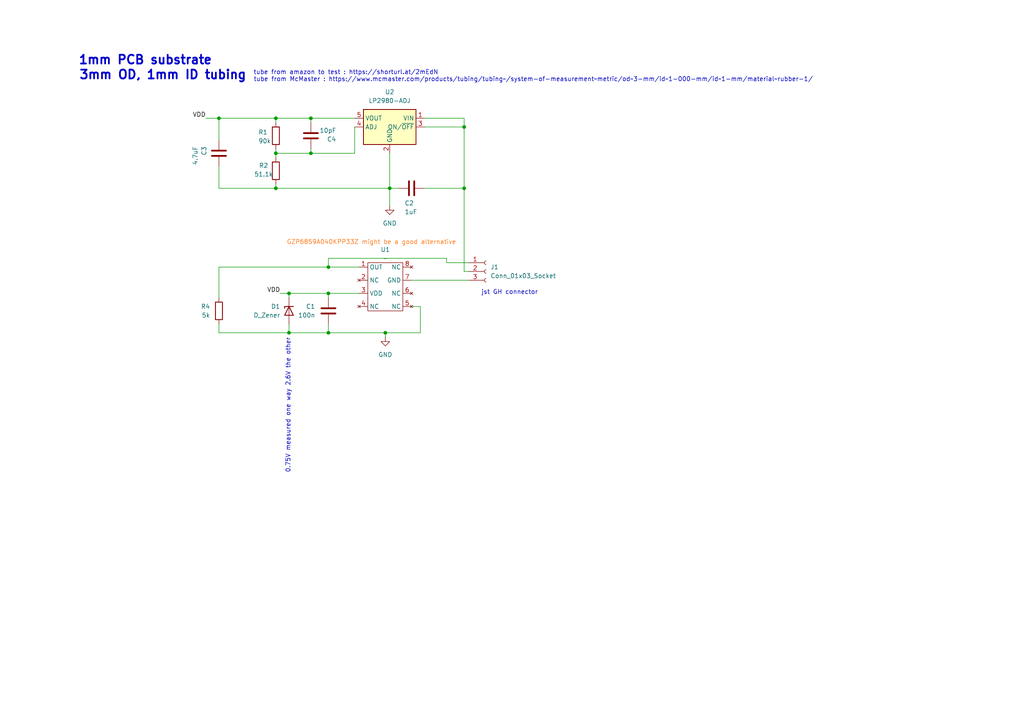
<source format=kicad_sch>
(kicad_sch (version 20231120) (generator "eeschema") (generator_version "8.0")
  (paper "A4")
  (lib_symbols
    (symbol "Connector:Conn_01x03_Socket" (pin_names (offset 1.016) hide)
      (property "Reference" "J" (at 0 5.08 0))
      (property "Value" "Conn_01x03_Socket" (at 0 -5.08 0))
      (symbol "Conn_01x03_Socket_1_1"
        (arc (start 0 -2.032) (mid -0.5058 -2.54) (end 0 -3.048) (stroke (width 0.1524)))
        (polyline (pts (xy -1.27 -2.54) (xy -0.508 -2.54)) (stroke (width 0.1524)))
        (polyline (pts (xy -1.27 0) (xy -0.508 0)) (stroke (width 0.1524)))
        (polyline (pts (xy -1.27 2.54) (xy -0.508 2.54)) (stroke (width 0.1524)))
        (arc (start 0 0.508) (mid -0.5058 0) (end 0 -0.508) (stroke (width 0.1524)))
        (arc (start 0 3.048) (mid -0.5058 2.54) (end 0 2.032) (stroke (width 0.1524)))
        (pin passive line (at -5.08 2.54 0) (length 3.81) (name "Pin_1") (number "1"))
        (pin passive line (at -5.08 0 0) (length 3.81) (name "Pin_2") (number "2"))
        (pin passive line (at -5.08 -2.54 0) (length 3.81) (name "Pin_3") (number "3"))
      )
    )
    (symbol "Device:C" (pin_numbers hide) (pin_names (offset 0.254))
      (property "Reference" "C" (at 0.635 2.54 0))
      (property "Value" "C" (at 0.635 -2.54 0))
      (symbol "C_0_1"
        (polyline (pts (xy -2.032 -0.762) (xy 2.032 -0.762)) (stroke (width 0.508)))
        (polyline (pts (xy -2.032 0.762) (xy 2.032 0.762)) (stroke (width 0.508)))
      )
      (symbol "C_1_1"
        (pin passive line (at 0 3.81 270) (length 2.794) (name "~") (number "1"))
        (pin passive line (at 0 -3.81 90) (length 2.794) (name "~") (number "2"))
      )
    )
    (symbol "Device:D_Zener" (pin_numbers hide) (pin_names (offset 1.016) hide)
      (property "Reference" "D" (at 0 2.54 0))
      (property "Value" "D_Zener" (at 0 -2.54 0))
      (symbol "D_Zener_0_1"
        (polyline (pts (xy 1.27 0) (xy -1.27 0)))
        (polyline (pts (xy -1.27 -1.27) (xy -1.27 1.27) (xy -0.762 1.27)) (stroke (width 0.254)))
        (polyline (pts (xy 1.27 -1.27) (xy 1.27 1.27) (xy -1.27 0) (xy 1.27 -1.27)) (stroke (width 0.254)))
      )
      (symbol "D_Zener_1_1"
        (pin passive line (at -3.81 0 0) (length 2.54) (name "K") (number "1"))
        (pin passive line (at 3.81 0 180) (length 2.54) (name "A") (number "2"))
      )
    )
    (symbol "Device:R" (pin_numbers hide) (pin_names (offset 0))
      (property "Reference" "R" (at 2.032 0 90))
      (property "Value" "R" (at 0 0 90))
      (symbol "R_0_1"
        (rectangle (start -1.016 -2.54) (end 1.016 2.54) (stroke (width 0.254)))
      )
      (symbol "R_1_1"
        (pin passive line (at 0 3.81 270) (length 1.27) (name "~") (number "1"))
        (pin passive line (at 0 -3.81 90) (length 1.27) (name "~") (number "2"))
      )
    )
    (symbol "ENSMASTEEL_librairy:XGZP6869D"
      (property "Reference" "U1" (at 0 11.43 0))
      (property "Value" "~" (at 0 8.89 0))
      (symbol "XGZP6869D_0_1"
        (rectangle (start -5.08 7.62) (end 5.08 -6.35))
      )
      (symbol "XGZP6869D_1_1"
        (pin input line (at -7.62 6.35 0) (length 2.54) (name "OUT") (number "1"))
        (pin no_connect line (at -7.62 2.54 0) (length 2.54) (name "NC") (number "2"))
        (pin input line (at -7.62 -1.27 0) (length 2.54) (name "VDD") (number "3"))
        (pin no_connect line (at -7.62 -5.08 0) (length 2.54) (name "NC") (number "4"))
        (pin no_connect line (at 7.62 -5.08 180) (length 2.54) (name "NC") (number "5"))
        (pin no_connect line (at 7.62 -1.27 180) (length 2.54) (name "NC") (number "6"))
        (pin input line (at 7.62 2.54 180) (length 2.54) (name "GND") (number "7"))
        (pin no_connect line (at 7.62 6.35 180) (length 2.54) (name "NC") (number "8"))
      )
    )
    (symbol "Regulator_Linear:LP2980-ADJ"
      (property "Reference" "U" (at 0 10.16 0))
      (property "Value" "LP2980-ADJ" (at 0 7.62 0))
      (symbol "LP2980-ADJ_0_1"
        (rectangle (start -7.62 5.08) (end 7.62 -5.08) (stroke (width 0.254)) (fill (type background)))
      )
      (symbol "LP2980-ADJ_1_1"
        (pin power_in line (at -10.16 2.54 0) (length 2.54) (name "VIN") (number "1"))
        (pin power_in line (at 0 -7.62 90) (length 2.54) (name "GND") (number "2"))
        (pin input line (at -10.16 0 0) (length 2.54) (name "ON/~{OFF}") (number "3"))
        (pin input line (at 10.16 0 180) (length 2.54) (name "ADJ") (number "4"))
        (pin power_out line (at 10.16 2.54 180) (length 2.54) (name "VOUT") (number "5"))
      )
    )
    (symbol "power:GND" (power) (pin_numbers hide) (pin_names (offset 0) hide)
      (property "Value" "GND" (at 0 -3.81 0))
      (symbol "GND_0_1"
        (polyline (pts (xy 0 0) (xy 0 -1.27) (xy 1.27 -1.27) (xy 0 -2.54) (xy -1.27 -1.27) (xy 0 -1.27)))
      )
      (symbol "GND_1_1"
        (pin power_in line (at 0 0 270) (length 0) (name "~") (number "1"))
      )
    )
  )
  (junction (at 83.82 85.09))
  (junction (at 90.17 34.29))
  (junction (at 90.17 44.45))
  (junction (at 111.76 96.52))
  (junction (at 95.25 77.47))
  (junction (at 80.01 54.61))
  (junction (at 95.25 96.52))
  (junction (at 134.62 36.83))
  (junction (at 113.03 54.61))
  (junction (at 95.25 85.09))
  (junction (at 80.01 44.45))
  (junction (at 63.5 34.29))
  (junction (at 83.82 96.52))
  (junction (at 80.01 34.29))
  (junction (at 134.62 54.61))
  (wire (pts (xy 134.62 34.29) (xy 134.62 36.83)))
  (wire (pts (xy 59.69 34.29) (xy 63.5 34.29)))
  (wire (pts (xy 90.17 44.45) (xy 102.87 44.45)))
  (wire (pts (xy 119.38 81.28) (xy 135.89 81.28)))
  (wire (pts (xy 80.01 54.61) (xy 80.01 53.34)))
  (wire (pts (xy 134.62 36.83) (xy 134.62 54.61)))
  (wire (pts (xy 90.17 34.29) (xy 90.17 35.56)))
  (wire (pts (xy 63.5 86.36) (xy 63.5 77.47)))
  (wire (pts (xy 80.01 45.72) (xy 80.01 44.45)))
  (wire (pts (xy 80.01 44.45) (xy 90.17 44.45)))
  (wire (pts (xy 90.17 34.29) (xy 102.87 34.29)))
  (wire (pts (xy 123.19 54.61) (xy 134.62 54.61)))
  (wire (pts (xy 80.01 34.29) (xy 80.01 35.56)))
  (wire (pts (xy 111.76 96.52) (xy 111.76 97.79)))
  (wire (pts (xy 95.25 96.52) (xy 111.76 96.52)))
  (wire (pts (xy 129.54 76.2) (xy 135.89 76.2)))
  (wire (pts (xy 111.76 96.52) (xy 121.92 96.52)))
  (wire (pts (xy 113.03 54.61) (xy 115.57 54.61)))
  (wire (pts (xy 95.25 77.47) (xy 104.14 77.47)))
  (wire (pts (xy 83.82 86.36) (xy 83.82 85.09)))
  (wire (pts (xy 63.5 54.61) (xy 80.01 54.61)))
  (wire (pts (xy 95.25 74.93) (xy 129.54 74.93)))
  (wire (pts (xy 80.01 44.45) (xy 80.01 43.18)))
  (wire (pts (xy 104.14 85.09) (xy 95.25 85.09)))
  (wire (pts (xy 63.5 34.29) (xy 80.01 34.29)))
  (wire (pts (xy 102.87 36.83) (xy 102.87 44.45)))
  (wire (pts (xy 83.82 96.52) (xy 95.25 96.52)))
  (wire (pts (xy 113.03 54.61) (xy 113.03 59.69)))
  (wire (pts (xy 123.19 34.29) (xy 134.62 34.29)))
  (wire (pts (xy 80.01 34.29) (xy 90.17 34.29)))
  (wire (pts (xy 123.19 36.83) (xy 134.62 36.83)))
  (wire (pts (xy 121.92 96.52) (xy 121.92 88.9)))
  (wire (pts (xy 81.28 85.09) (xy 83.82 85.09)))
  (wire (pts (xy 63.5 48.26) (xy 63.5 54.61)))
  (wire (pts (xy 113.03 44.45) (xy 113.03 54.61)))
  (wire (pts (xy 134.62 78.74) (xy 135.89 78.74)))
  (wire (pts (xy 63.5 96.52) (xy 83.82 96.52)))
  (wire (pts (xy 95.25 93.98) (xy 95.25 96.52)))
  (wire (pts (xy 95.25 77.47) (xy 95.25 74.93)))
  (wire (pts (xy 90.17 44.45) (xy 90.17 43.18)))
  (wire (pts (xy 134.62 54.61) (xy 134.62 78.74)))
  (wire (pts (xy 121.92 88.9) (xy 119.38 88.9)))
  (wire (pts (xy 63.5 40.64) (xy 63.5 34.29)))
  (wire (pts (xy 95.25 85.09) (xy 95.25 86.36)))
  (wire (pts (xy 80.01 54.61) (xy 113.03 54.61)))
  (wire (pts (xy 63.5 77.47) (xy 95.25 77.47)))
  (wire (pts (xy 63.5 93.98) (xy 63.5 96.52)))
  (wire (pts (xy 129.54 74.93) (xy 129.54 76.2)))
  (wire (pts (xy 83.82 85.09) (xy 95.25 85.09)))
  (wire (pts (xy 83.82 93.98) (xy 83.82 96.52)))
  (text "jst GH connector" (at 147.828 84.836 0) (effects (font (size 1.27 1.27))))
  (text "1mm PCB substrate" (at 42.164 17.526 0) (effects (font (size 2.54 2.54) (thickness 0.508) (bold yes))))
  (text "3mm OD, 1mm ID tubing\n" (at 47.244 21.844 0) (effects (font (size 2.54 2.54) (thickness 0.508) (bold yes))))
  (text "tube from amazon to test : https://shorturl.at/2mEdN" (at 100.33 21.082 0) (effects (font (size 1.27 1.27))))
  (text "tube from McMaster : https://www.mcmaster.com/products/tubing/tubing~/system-of-measurement~metric/od~3-mm/id~1-000-mm/id~1-mm/material~rubber-1/" (at 154.686 23.114 0) (effects (font (size 1.27 1.27))))
  (text "0.75V measured one way 2.6V the other" (at 83.566 117.602 90) (effects (font (size 1.27 1.27))))
  (text "GZP6859A040KPP33Z might be a good alternative " (at 108.204 70.358 0) (effects (font (size 1.27 1.27))))
  (label "VDD" (at 81.28 85.09 180))
  (label "VDD" (at 59.69 34.29 180))
  (symbol (lib_id "Device:C") (at 95.25 90.17 0) (mirror y) (unit 1)
    (property "Reference" "C1" (at 91.44 88.8999 0) (effects (justify left)))
    (property "Value" "100n" (at 91.44 91.4399 0) (effects (justify left)))
    (property "Description" "Unpolarized capacitor" (effects (hide yes)))
  )
  (symbol (lib_id "Device:R") (at 80.01 49.53 0) (mirror y) (unit 1)
    (property "Reference" "R2" (at 76.454 48.006 0))
    (property "Value" "51.1k" (at 76.454 50.546 0))
    (property "Description" "Resistor" (effects (hide yes)))
  )
  (symbol (lib_id "Device:R") (at 63.5 90.17 0) (mirror x) (unit 1)
    (property "Reference" "R4" (at 60.96 88.8999 0) (effects (justify right)))
    (property "Value" "5k" (at 60.96 91.4399 0) (effects (justify right)))
    (property "Description" "Resistor" (effects (hide yes)))
  )
  (symbol (lib_id "ENSMASTEEL_librairy:XGZP6869D") (at 111.76 83.82 0) (unit 1)
    (property "Reference" "U1" (at 111.76 72.39 0))
    (property "Value" "~" (at 111.76 74.93 0))
  )
  (symbol (lib_id "Device:R") (at 80.01 39.37 180) (unit 1)
    (property "Reference" "R1" (at 74.93 38.354 0) (effects (justify right)))
    (property "Value" "90k" (at 74.93 40.894 0) (effects (justify right)))
    (property "Description" "Resistor" (effects (hide yes)))
  )
  (symbol (lib_id "power:GND") (at 113.03 59.69 0) (mirror y) (unit 1)
    (property "Reference" "#PWR02" (effects (hide yes)))
    (property "Value" "GND" (at 113.03 64.77 0))
    (property "Description" "Power symbol creates a global label with name \"GND\" , ground" (effects (hide yes)))
  )
  (symbol (lib_id "Device:C") (at 119.38 54.61 270) (mirror x) (unit 1)
    (property "Reference" "C2" (at 117.348 58.928 90) (effects (justify left)))
    (property "Value" "1uF" (at 117.348 61.468 90) (effects (justify left)))
    (property "Description" "Unpolarized capacitor" (effects (hide yes)))
  )
  (symbol (lib_id "Connector:Conn_01x03_Socket") (at 140.97 78.74 0) (unit 1)
    (property "Reference" "J1" (at 142.24 77.4699 0) (effects (justify left)))
    (property "Value" "Conn_01x03_Socket" (at 142.24 80.0099 0) (effects (justify left)))
    (property "Description" "Generic connector, single row, 01x03, script generated" (effects (hide yes)))
  )
  (symbol (lib_id "Device:D_Zener") (at 83.82 90.17 90) (mirror x) (unit 1)
    (property "Reference" "D1" (at 81.28 88.8999 90) (effects (justify left)))
    (property "Value" "D_Zener" (at 81.28 91.4399 90) (effects (justify left)))
    (property "Description" "Zener diode" (effects (hide yes)))
  )
  (symbol (lib_id "Regulator_Linear:LP2980-ADJ") (at 113.03 36.83 0) (mirror y) (unit 1)
    (property "Reference" "U2" (at 113.03 26.67 0))
    (property "Value" "LP2980-ADJ" (at 113.03 29.21 0))
    (property "Footprint" "Package_TO_SOT_SMD:SOT-23-5" (effects (hide yes)))
    (property "Datasheet" "http://www.ti.com/lit/ds/symlink/lp2980-adj.pdf" (effects (hide yes)))
    (property "Description" "50mA 15V Low-noise Low-dropout Regulator, 1.23-15V adjustable output voltage, SOT-23-5" (effects (hide yes)))
  )
  (symbol (lib_id "Device:C") (at 90.17 39.37 0) (mirror y) (unit 1)
    (property "Reference" "C4" (at 97.536 40.386 0) (effects (justify left)))
    (property "Value" "10pF" (at 97.536 37.846 0) (effects (justify left)))
    (property "Description" "Unpolarized capacitor" (effects (hide yes)))
  )
  (symbol (lib_id "power:GND") (at 111.76 97.79 0) (unit 1)
    (property "Reference" "#PWR01" (effects (hide yes)))
    (property "Value" "GND" (at 111.76 102.87 0))
    (property "Description" "Power symbol creates a global label with name \"GND\" , ground" (effects (hide yes)))
  )
  (symbol (lib_id "Device:C") (at 63.5 44.45 0) (mirror x) (unit 1)
    (property "Reference" "C3" (at 59.182 42.418 90) (effects (justify left)))
    (property "Value" "4.7uF" (at 56.642 42.418 90) (effects (justify left)))
    (property "Description" "Unpolarized capacitor" (effects (hide yes)))
  )
)
</source>
